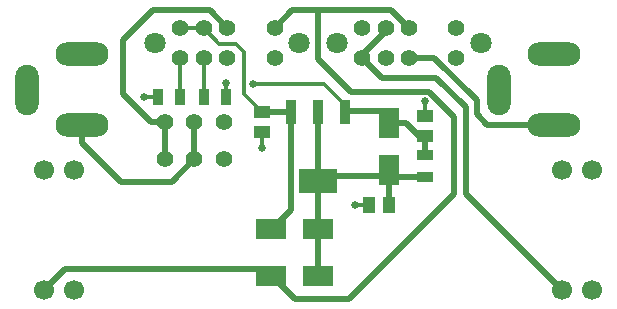
<source format=gbr>
%TF.GenerationSoftware,KiCad,Pcbnew,8.0.5-8.0.5-0~ubuntu24.04.1*%
%TF.CreationDate,2024-10-03T16:57:35-04:00*%
%TF.ProjectId,breadboard-power-supply,62726561-6462-46f6-9172-642d706f7765,rev?*%
%TF.SameCoordinates,Original*%
%TF.FileFunction,Copper,L1,Top*%
%TF.FilePolarity,Positive*%
%FSLAX46Y46*%
G04 Gerber Fmt 4.6, Leading zero omitted, Abs format (unit mm)*
G04 Created by KiCad (PCBNEW 8.0.5-8.0.5-0~ubuntu24.04.1) date 2024-10-03 16:57:35*
%MOMM*%
%LPD*%
G01*
G04 APERTURE LIST*
%TA.AperFunction,SMDPad,CuDef*%
%ADD10R,1.700000X2.500000*%
%TD*%
%TA.AperFunction,ComponentPad*%
%ADD11C,1.400000*%
%TD*%
%TA.AperFunction,SMDPad,CuDef*%
%ADD12R,1.465000X1.115000*%
%TD*%
%TA.AperFunction,SMDPad,CuDef*%
%ADD13R,2.500000X1.700000*%
%TD*%
%TA.AperFunction,ComponentPad*%
%ADD14C,1.800000*%
%TD*%
%TA.AperFunction,SMDPad,CuDef*%
%ADD15R,0.870000X1.420000*%
%TD*%
%TA.AperFunction,SMDPad,CuDef*%
%ADD16R,1.420000X0.870000*%
%TD*%
%TA.AperFunction,ComponentPad*%
%ADD17O,4.500000X2.000000*%
%TD*%
%TA.AperFunction,ComponentPad*%
%ADD18O,2.000000X4.250000*%
%TD*%
%TA.AperFunction,SMDPad,CuDef*%
%ADD19R,0.950000X2.150000*%
%TD*%
%TA.AperFunction,SMDPad,CuDef*%
%ADD20R,3.250000X2.150000*%
%TD*%
%TA.AperFunction,SMDPad,CuDef*%
%ADD21R,1.115000X1.465000*%
%TD*%
%TA.AperFunction,ComponentPad*%
%ADD22C,1.700000*%
%TD*%
%TA.AperFunction,ViaPad*%
%ADD23C,0.650000*%
%TD*%
%TA.AperFunction,Conductor*%
%ADD24C,0.350000*%
%TD*%
%TA.AperFunction,Conductor*%
%ADD25C,0.500000*%
%TD*%
%TA.AperFunction,Conductor*%
%ADD26C,0.200000*%
%TD*%
G04 APERTURE END LIST*
D10*
%TO.P,D2,1*%
%TO.N,/ADJ*%
X132500000Y-103800000D03*
%TO.P,D2,2*%
%TO.N,Net-(C2-Pad1)*%
X132500000Y-107800000D03*
%TD*%
D11*
%TO.P,SW1,1*%
%TO.N,/VIN1*%
X113500000Y-103700000D03*
%TO.P,SW1,2*%
%TO.N,Net-(J1-Pad1)*%
X116000000Y-103700000D03*
%TO.P,SW1,3*%
%TO.N,unconnected-(SW1-Pad3)_1*%
X118500000Y-103700000D03*
%TO.P,SW1,4*%
%TO.N,/VIN1*%
X113500000Y-106900000D03*
%TO.P,SW1,5*%
%TO.N,Net-(J1-Pad1)*%
X116000000Y-106900000D03*
%TO.P,SW1,6*%
%TO.N,unconnected-(SW1-Pad3)*%
X118500000Y-106900000D03*
%TD*%
D12*
%TO.P,C1,1*%
%TO.N,Net-(U1-IN)*%
X121700000Y-102900000D03*
%TO.P,C1,2*%
%TO.N,GND*%
X121700000Y-104600000D03*
%TD*%
D13*
%TO.P,D1,1*%
%TO.N,Net-(C2-Pad1)*%
X126500000Y-112800000D03*
%TO.P,D1,2*%
%TO.N,Net-(U1-IN)*%
X122500000Y-112800000D03*
%TD*%
D14*
%TO.P,SW3,*%
%TO.N,*%
X140300000Y-97050000D03*
X128100000Y-97050000D03*
D11*
%TO.P,SW3,1,1*%
%TO.N,unconnected-(SW3-Pad1)*%
X138200000Y-95800000D03*
%TO.P,SW3,2,2*%
%TO.N,VCC1*%
X134200000Y-95800000D03*
%TO.P,SW3,3,3*%
%TO.N,VCC2*%
X132200000Y-95800000D03*
%TO.P,SW3,4,4*%
%TO.N,unconnected-(SW3-Pad4)*%
X130200000Y-95800000D03*
%TO.P,SW3,5,5*%
%TO.N,unconnected-(SW3-Pad5)*%
X138200000Y-98300000D03*
%TO.P,SW3,6,6*%
%TO.N,Net-(J2-Pad1)*%
X134200000Y-98300000D03*
%TO.P,SW3,7,7*%
%TO.N,unconnected-(SW3-Pad7)*%
X132200000Y-98300000D03*
%TO.P,SW3,8,8*%
%TO.N,VCC2*%
X130200000Y-98300000D03*
%TD*%
D15*
%TO.P,R2,1*%
%TO.N,Net-(R2-Pad1)*%
X114800000Y-101600000D03*
%TO.P,R2,2*%
%TO.N,GND*%
X112940000Y-101600000D03*
%TD*%
D12*
%TO.P,C3,1*%
%TO.N,/ADJ*%
X135500000Y-104900000D03*
%TO.P,C3,2*%
%TO.N,GND*%
X135500000Y-103200000D03*
%TD*%
D16*
%TO.P,R1,1*%
%TO.N,Net-(C2-Pad1)*%
X135500000Y-108380000D03*
%TO.P,R1,2*%
%TO.N,/ADJ*%
X135500000Y-106520000D03*
%TD*%
D17*
%TO.P,J1,1*%
%TO.N,Net-(J1-Pad1)*%
X106500000Y-104000000D03*
%TO.P,J1,2*%
%TO.N,GND*%
X106500000Y-98000000D03*
D18*
%TO.P,J1,3*%
X101800000Y-101000000D03*
%TD*%
D14*
%TO.P,SW2,*%
%TO.N,*%
X124900000Y-97050000D03*
X112700000Y-97050000D03*
D11*
%TO.P,SW2,1,1*%
%TO.N,VCC1*%
X122800000Y-95800000D03*
%TO.P,SW2,2,2*%
%TO.N,/VIN1*%
X118800000Y-95800000D03*
%TO.P,SW2,3,3*%
%TO.N,Net-(U1-IN)*%
X116800000Y-95800000D03*
%TO.P,SW2,4,4*%
X114800000Y-95800000D03*
%TO.P,SW2,5,5*%
%TO.N,unconnected-(SW2-Pad5)*%
X122800000Y-98300000D03*
%TO.P,SW2,6,6*%
%TO.N,/ADJ*%
X118800000Y-98300000D03*
%TO.P,SW2,7,7*%
%TO.N,Net-(R3-Pad1)*%
X116800000Y-98300000D03*
%TO.P,SW2,8,8*%
%TO.N,Net-(R2-Pad1)*%
X114800000Y-98300000D03*
%TD*%
D19*
%TO.P,U1,1,Adj*%
%TO.N,/ADJ*%
X128800000Y-102900000D03*
%TO.P,U1,2,OUT*%
%TO.N,Net-(C2-Pad1)*%
X126500000Y-102900000D03*
%TO.P,U1,3,IN*%
%TO.N,Net-(U1-IN)*%
X124200000Y-102900000D03*
D20*
%TO.P,U1,4,OUT*%
%TO.N,Net-(C2-Pad1)*%
X126500000Y-108700000D03*
%TD*%
D15*
%TO.P,R3,1*%
%TO.N,Net-(R3-Pad1)*%
X116800000Y-101600000D03*
%TO.P,R3,2*%
%TO.N,GND*%
X118660000Y-101600000D03*
%TD*%
D17*
%TO.P,J2,1*%
%TO.N,Net-(J2-Pad1)*%
X146500000Y-104000000D03*
%TO.P,J2,2*%
%TO.N,GND*%
X146500000Y-98000000D03*
D18*
%TO.P,J2,3*%
X141800000Y-101000000D03*
%TD*%
D21*
%TO.P,C2,1*%
%TO.N,Net-(C2-Pad1)*%
X132500000Y-110800000D03*
%TO.P,C2,2*%
%TO.N,GND*%
X130800000Y-110800000D03*
%TD*%
D13*
%TO.P,D3,1*%
%TO.N,Net-(C2-Pad1)*%
X126500000Y-116800000D03*
%TO.P,D3,2*%
%TO.N,VCC1*%
X122500000Y-116800000D03*
%TD*%
D22*
%TO.P,J6,1*%
%TO.N,VCC2*%
X147160000Y-117970000D03*
%TO.P,J6,2*%
%TO.N,GND*%
X149700000Y-117970000D03*
%TD*%
%TO.P,J3,1*%
%TO.N,unconnected-(J3-Pad1)*%
X105840000Y-107810000D03*
%TO.P,J3,2*%
%TO.N,unconnected-(J3-Pad2)*%
X103300000Y-107810000D03*
%TD*%
%TO.P,J4,1*%
%TO.N,VCC1*%
X103300000Y-117970000D03*
%TO.P,J4,2*%
%TO.N,GND*%
X105840000Y-117970000D03*
%TD*%
%TO.P,J5,1*%
%TO.N,unconnected-(J5-Pad1)*%
X149700000Y-107810000D03*
%TO.P,J5,2*%
%TO.N,unconnected-(J5-Pad2)*%
X147160000Y-107810000D03*
%TD*%
D23*
%TO.N,GND*%
X111760000Y-101600000D03*
X135500000Y-102000000D03*
X129600000Y-110800000D03*
X118700000Y-100400000D03*
X121700000Y-105900000D03*
%TO.N,/ADJ*%
X121000000Y-100500000D03*
%TD*%
D24*
%TO.N,Net-(U1-IN)*%
X114800000Y-95800000D02*
X116800000Y-95800000D01*
X120200000Y-97800000D02*
X120200000Y-101400000D01*
X119500000Y-97100000D02*
X120200000Y-97800000D01*
D25*
X124200000Y-102900000D02*
X121700000Y-102900000D01*
D24*
X116800000Y-95800000D02*
X118100000Y-97100000D01*
D25*
X122500000Y-112800000D02*
X122600000Y-112800000D01*
D26*
X121550000Y-102900000D02*
X121700000Y-102900000D01*
D25*
X122600000Y-112800000D02*
X124200000Y-111200000D01*
X124200000Y-111200000D02*
X124200000Y-102900000D01*
D24*
X120200000Y-101400000D02*
X121700000Y-102900000D01*
X118100000Y-97100000D02*
X119500000Y-97100000D01*
%TO.N,GND*%
X130800000Y-110800000D02*
X129600000Y-110800000D01*
X112900000Y-101600000D02*
X111760000Y-101600000D01*
X121700000Y-104600000D02*
X121700000Y-105900000D01*
X118700000Y-101600000D02*
X118700000Y-100400000D01*
X135500000Y-103200000D02*
X135500000Y-102000000D01*
D25*
%TO.N,Net-(C2-Pad1)*%
X132500000Y-107800000D02*
X132500000Y-110800000D01*
X126500000Y-108700000D02*
X126900000Y-108300000D01*
X126500000Y-112800000D02*
X126500000Y-116800000D01*
X135500000Y-108380000D02*
X133080000Y-108380000D01*
X132000000Y-108300000D02*
X132500000Y-107800000D01*
X126900000Y-108300000D02*
X132000000Y-108300000D01*
X126500000Y-102900000D02*
X126500000Y-108700000D01*
X133080000Y-108380000D02*
X132500000Y-107800000D01*
X126500000Y-112800000D02*
X126500000Y-108700000D01*
%TO.N,/ADJ*%
X132500000Y-103300000D02*
X132000000Y-102800000D01*
X128900000Y-102800000D02*
X128800000Y-102900000D01*
D24*
X121000000Y-100500000D02*
X127000000Y-100500000D01*
D25*
X135500000Y-104900000D02*
X135500000Y-106520000D01*
X132500000Y-103800000D02*
X132500000Y-103300000D01*
D24*
X127000000Y-100500000D02*
X128800000Y-102300000D01*
D25*
X132000000Y-102800000D02*
X128900000Y-102800000D01*
X133900000Y-103800000D02*
X132500000Y-103800000D01*
X135000000Y-104900000D02*
X133900000Y-103800000D01*
X135500000Y-104900000D02*
X135000000Y-104900000D01*
D24*
X128800000Y-102300000D02*
X128800000Y-102900000D01*
D25*
%TO.N,VCC1*%
X122600000Y-116800000D02*
X122500000Y-116800000D01*
X124500000Y-118700000D02*
X122600000Y-116800000D01*
X126500000Y-98400000D02*
X129300000Y-101200000D01*
X132700000Y-94300000D02*
X134200000Y-95800000D01*
X129300000Y-101200000D02*
X135900000Y-101200000D01*
X124300000Y-94300000D02*
X126500000Y-94300000D01*
X121900000Y-116200000D02*
X105070000Y-116200000D01*
X126500000Y-94300000D02*
X132700000Y-94300000D01*
X138000000Y-109800000D02*
X129100000Y-118700000D01*
X129100000Y-118700000D02*
X124500000Y-118700000D01*
X105070000Y-116200000D02*
X103300000Y-117970000D01*
X138000000Y-103300000D02*
X138000000Y-109800000D01*
X135900000Y-101200000D02*
X138000000Y-103300000D01*
X122500000Y-116800000D02*
X121900000Y-116200000D01*
X122800000Y-95800000D02*
X124300000Y-94300000D01*
X126500000Y-94300000D02*
X126500000Y-98400000D01*
%TO.N,Net-(J2-Pad1)*%
X139900000Y-101900000D02*
X136300000Y-98300000D01*
X146500000Y-104000000D02*
X140800000Y-104000000D01*
X140800000Y-104000000D02*
X139900000Y-103100000D01*
X136300000Y-98300000D02*
X134200000Y-98300000D01*
X139900000Y-103100000D02*
X139900000Y-101900000D01*
%TO.N,VCC2*%
X130200000Y-98300000D02*
X130200000Y-98050000D01*
X131900000Y-100000000D02*
X132200000Y-100000000D01*
X132200000Y-96050000D02*
X132200000Y-95800000D01*
X139000000Y-109800000D02*
X147160000Y-117960000D01*
X130200000Y-98050000D02*
X132200000Y-96050000D01*
X147160000Y-117960000D02*
X147160000Y-117970000D01*
X136500000Y-100000000D02*
X139000000Y-102500000D01*
X132200000Y-100000000D02*
X136500000Y-100000000D01*
X130200000Y-98300000D02*
X131900000Y-100000000D01*
X139000000Y-102500000D02*
X139000000Y-109800000D01*
D24*
%TO.N,Net-(R2-Pad1)*%
X114800000Y-98300000D02*
X114800000Y-101600000D01*
D25*
%TO.N,/VIN1*%
X112500000Y-94300000D02*
X117300000Y-94300000D01*
X113500000Y-103700000D02*
X112300000Y-103700000D01*
X110000000Y-101400000D02*
X110000000Y-96800000D01*
X117300000Y-94300000D02*
X118800000Y-95800000D01*
X110000000Y-96800000D02*
X112500000Y-94300000D01*
X112300000Y-103700000D02*
X110000000Y-101400000D01*
X113500000Y-106900000D02*
X113500000Y-103700000D01*
%TO.N,Net-(J1-Pad1)*%
X106500000Y-104000000D02*
X106500000Y-105500000D01*
X109800000Y-108800000D02*
X114100000Y-108800000D01*
X114100000Y-108800000D02*
X116000000Y-106900000D01*
X116000000Y-106900000D02*
X116000000Y-103700000D01*
X106500000Y-104000000D02*
X106550000Y-103950000D01*
X106500000Y-105500000D02*
X109800000Y-108800000D01*
D24*
%TO.N,Net-(R3-Pad1)*%
X116800000Y-98300000D02*
X116800000Y-101600000D01*
%TD*%
M02*

</source>
